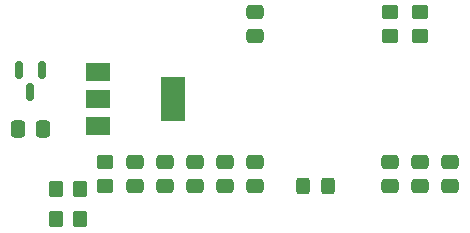
<source format=gbp>
G04 #@! TF.GenerationSoftware,KiCad,Pcbnew,(6.0.9)*
G04 #@! TF.CreationDate,2022-11-19T12:24:37+01:00*
G04 #@! TF.ProjectId,SAMD21 breakout,53414d44-3231-4206-9272-65616b6f7574,rev?*
G04 #@! TF.SameCoordinates,Original*
G04 #@! TF.FileFunction,Paste,Bot*
G04 #@! TF.FilePolarity,Positive*
%FSLAX46Y46*%
G04 Gerber Fmt 4.6, Leading zero omitted, Abs format (unit mm)*
G04 Created by KiCad (PCBNEW (6.0.9)) date 2022-11-19 12:24:37*
%MOMM*%
%LPD*%
G01*
G04 APERTURE LIST*
G04 Aperture macros list*
%AMRoundRect*
0 Rectangle with rounded corners*
0 $1 Rounding radius*
0 $2 $3 $4 $5 $6 $7 $8 $9 X,Y pos of 4 corners*
0 Add a 4 corners polygon primitive as box body*
4,1,4,$2,$3,$4,$5,$6,$7,$8,$9,$2,$3,0*
0 Add four circle primitives for the rounded corners*
1,1,$1+$1,$2,$3*
1,1,$1+$1,$4,$5*
1,1,$1+$1,$6,$7*
1,1,$1+$1,$8,$9*
0 Add four rect primitives between the rounded corners*
20,1,$1+$1,$2,$3,$4,$5,0*
20,1,$1+$1,$4,$5,$6,$7,0*
20,1,$1+$1,$6,$7,$8,$9,0*
20,1,$1+$1,$8,$9,$2,$3,0*%
G04 Aperture macros list end*
%ADD10R,2.000000X3.800000*%
%ADD11R,2.000000X1.500000*%
%ADD12RoundRect,0.250000X-0.475000X0.337500X-0.475000X-0.337500X0.475000X-0.337500X0.475000X0.337500X0*%
%ADD13RoundRect,0.150000X-0.150000X0.587500X-0.150000X-0.587500X0.150000X-0.587500X0.150000X0.587500X0*%
%ADD14RoundRect,0.250000X0.350000X0.450000X-0.350000X0.450000X-0.350000X-0.450000X0.350000X-0.450000X0*%
%ADD15RoundRect,0.250000X0.337500X0.475000X-0.337500X0.475000X-0.337500X-0.475000X0.337500X-0.475000X0*%
%ADD16RoundRect,0.250000X-0.325000X-0.450000X0.325000X-0.450000X0.325000X0.450000X-0.325000X0.450000X0*%
%ADD17RoundRect,0.250000X-0.450000X0.350000X-0.450000X-0.350000X0.450000X-0.350000X0.450000X0.350000X0*%
%ADD18RoundRect,0.250000X0.450000X-0.350000X0.450000X0.350000X-0.450000X0.350000X-0.450000X-0.350000X0*%
%ADD19RoundRect,0.250000X0.475000X-0.337500X0.475000X0.337500X-0.475000X0.337500X-0.475000X-0.337500X0*%
G04 APERTURE END LIST*
D10*
X-660000Y10160000D03*
D11*
X-6960000Y7860000D03*
X-6960000Y10160000D03*
X-6960000Y12460000D03*
D12*
X22860000Y4847500D03*
X22860000Y2772500D03*
D13*
X-13650000Y12621500D03*
X-11750000Y12621500D03*
X-12700000Y10746500D03*
D12*
X3810000Y4847500D03*
X3810000Y2772500D03*
X17780000Y4847500D03*
X17780000Y2772500D03*
X6350000Y4847500D03*
X6350000Y2772500D03*
X20320000Y4847500D03*
X20320000Y2772500D03*
D14*
X-8525000Y2540000D03*
X-10525000Y2540000D03*
D12*
X1270000Y4847500D03*
X1270000Y2772500D03*
D15*
X-11662500Y7620000D03*
X-13737500Y7620000D03*
D12*
X-1270000Y4847500D03*
X-1270000Y2772500D03*
D16*
X10405000Y2794000D03*
X12455000Y2794000D03*
D17*
X20320000Y17510000D03*
X20320000Y15510000D03*
X17780000Y17510000D03*
X17780000Y15510000D03*
D18*
X-6350000Y2810000D03*
X-6350000Y4810000D03*
D14*
X-8525000Y0D03*
X-10525000Y0D03*
D12*
X-3810000Y4847500D03*
X-3810000Y2772500D03*
D19*
X6350000Y15472500D03*
X6350000Y17547500D03*
M02*

</source>
